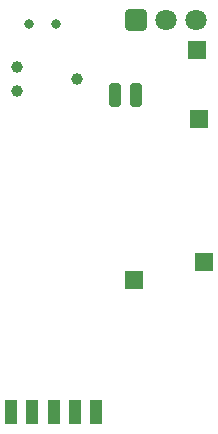
<source format=gbr>
%TF.GenerationSoftware,KiCad,Pcbnew,(7.0.0)*%
%TF.CreationDate,2024-01-15T13:38:27+01:00*%
%TF.ProjectId,LED_poi,4c45445f-706f-4692-9e6b-696361645f70,A*%
%TF.SameCoordinates,Original*%
%TF.FileFunction,Soldermask,Bot*%
%TF.FilePolarity,Negative*%
%FSLAX46Y46*%
G04 Gerber Fmt 4.6, Leading zero omitted, Abs format (unit mm)*
G04 Created by KiCad (PCBNEW (7.0.0)) date 2024-01-15 13:38:27*
%MOMM*%
%LPD*%
G01*
G04 APERTURE LIST*
G04 Aperture macros list*
%AMRoundRect*
0 Rectangle with rounded corners*
0 $1 Rounding radius*
0 $2 $3 $4 $5 $6 $7 $8 $9 X,Y pos of 4 corners*
0 Add a 4 corners polygon primitive as box body*
4,1,4,$2,$3,$4,$5,$6,$7,$8,$9,$2,$3,0*
0 Add four circle primitives for the rounded corners*
1,1,$1+$1,$2,$3*
1,1,$1+$1,$4,$5*
1,1,$1+$1,$6,$7*
1,1,$1+$1,$8,$9*
0 Add four rect primitives between the rounded corners*
20,1,$1+$1,$2,$3,$4,$5,0*
20,1,$1+$1,$4,$5,$6,$7,0*
20,1,$1+$1,$6,$7,$8,$9,0*
20,1,$1+$1,$8,$9,$2,$3,0*%
G04 Aperture macros list end*
%ADD10RoundRect,0.250000X-0.550000X-0.550000X0.550000X-0.550000X0.550000X0.550000X-0.550000X0.550000X0*%
%ADD11C,0.800000*%
%ADD12RoundRect,0.248400X-0.651600X-0.651600X0.651600X-0.651600X0.651600X0.651600X-0.651600X0.651600X0*%
%ADD13C,1.800000*%
%ADD14C,0.990600*%
%ADD15R,1.000000X2.000000*%
%ADD16RoundRect,0.250000X-0.250000X-0.750000X0.250000X-0.750000X0.250000X0.750000X-0.250000X0.750000X0*%
G04 APERTURE END LIST*
D10*
%TO.C,J6*%
X100300000Y-55600000D03*
%TD*%
%TO.C,J9*%
X100100000Y-49800000D03*
%TD*%
D11*
%TO.C,SW1*%
X88197000Y-47600000D03*
X85897000Y-47600000D03*
%TD*%
D12*
%TO.C,U4*%
X94960000Y-47250000D03*
D13*
X97500000Y-47250000D03*
X100040000Y-47250000D03*
%TD*%
D10*
%TO.C,J7*%
X100700000Y-67700000D03*
%TD*%
%TO.C,J5*%
X94800000Y-69200000D03*
%TD*%
D14*
%TO.C,J10*%
X90000000Y-52200000D03*
X84920000Y-53216000D03*
X84920000Y-51184000D03*
%TD*%
D15*
%TO.C,J11*%
X84399999Y-80399999D03*
X86199999Y-80399999D03*
X87999999Y-80399999D03*
X89799999Y-80399999D03*
X91599999Y-80399999D03*
%TD*%
D16*
%TO.C,J8*%
X95000000Y-53600000D03*
%TD*%
%TO.C,J4*%
X93200000Y-53600000D03*
%TD*%
M02*

</source>
